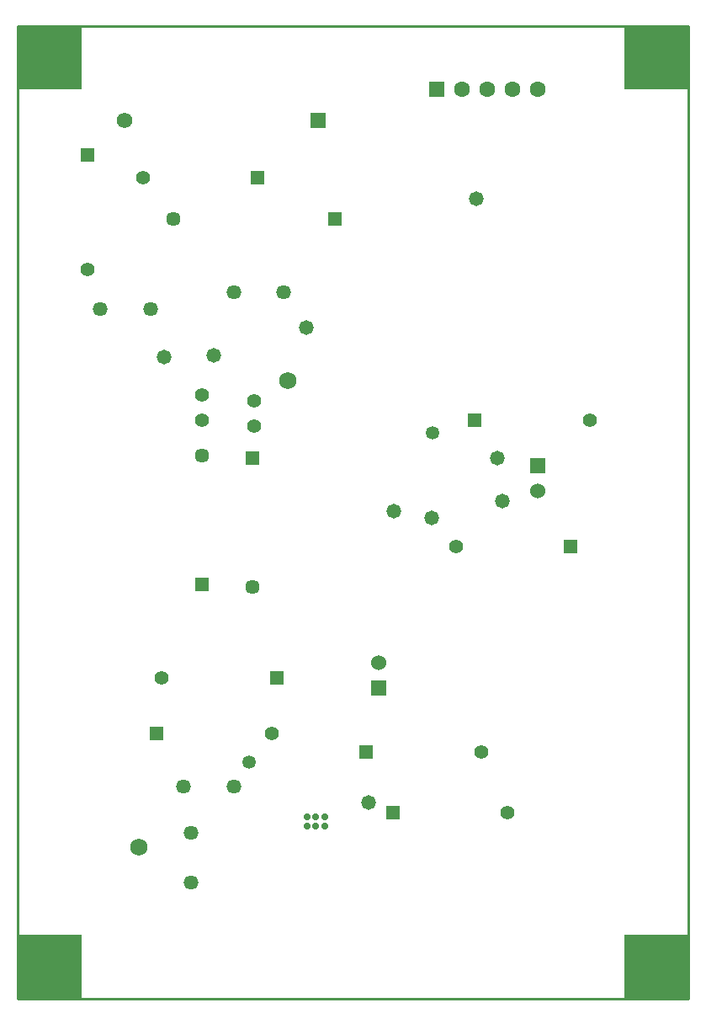
<source format=gbs>
G04*
G04 #@! TF.GenerationSoftware,Altium Limited,Altium Designer,22.0.2 (36)*
G04*
G04 Layer_Color=16711935*
%FSLAX25Y25*%
%MOIN*%
G70*
G04*
G04 #@! TF.SameCoordinates,67E39877-474A-4780-B11E-DC456855A8CC*
G04*
G04*
G04 #@! TF.FilePolarity,Negative*
G04*
G01*
G75*
%ADD14C,0.01000*%
%ADD32C,0.06800*%
%ADD33R,0.25800X0.25800*%
%ADD34C,0.02769*%
%ADD35R,0.05500X0.05500*%
%ADD36C,0.05500*%
%ADD37C,0.05700*%
%ADD38R,0.05700X0.05700*%
%ADD39R,0.06000X0.06000*%
%ADD40C,0.06000*%
%ADD41R,0.06300X0.06300*%
%ADD42C,0.06300*%
%ADD43C,0.05753*%
%ADD44C,0.06200*%
%ADD45R,0.06200X0.06200*%
%ADD46R,0.05700X0.05700*%
%ADD47R,0.05500X0.05500*%
%ADD48C,0.05800*%
%ADD49C,0.05300*%
D14*
X0Y0D02*
X265500D01*
X0Y385000D02*
X265500D01*
Y0D02*
Y385000D01*
X0Y0D02*
Y385000D01*
D32*
X107000Y244500D02*
D03*
X48000Y60000D02*
D03*
D33*
X12500Y372500D02*
D03*
X253000D02*
D03*
Y12500D02*
D03*
X12500D02*
D03*
D34*
X121543Y68032D02*
D03*
Y71969D02*
D03*
X118000Y68032D02*
D03*
Y71969D02*
D03*
X114457Y68032D02*
D03*
Y71969D02*
D03*
D35*
X55000Y105000D02*
D03*
X138000Y97500D02*
D03*
X148500Y73500D02*
D03*
X95000Y325000D02*
D03*
X219000Y179000D02*
D03*
X181000Y229000D02*
D03*
X102500Y127000D02*
D03*
D36*
X100500Y105000D02*
D03*
X183500Y97500D02*
D03*
X194000Y73500D02*
D03*
X49500Y325000D02*
D03*
X173500Y179000D02*
D03*
X226500Y229000D02*
D03*
X73000D02*
D03*
Y239000D02*
D03*
X93500Y226500D02*
D03*
Y236500D02*
D03*
X27500Y288500D02*
D03*
X57000Y127000D02*
D03*
D37*
X61500Y308500D02*
D03*
X73000Y215000D02*
D03*
X93000Y163000D02*
D03*
D38*
X125500Y308500D02*
D03*
D39*
X206000Y211000D02*
D03*
X143000Y123000D02*
D03*
D40*
X206000Y201000D02*
D03*
X143000Y133000D02*
D03*
D41*
X166000Y360000D02*
D03*
D42*
X176000D02*
D03*
X186000D02*
D03*
X196000D02*
D03*
X206000D02*
D03*
D43*
X85500Y279500D02*
D03*
X105185D02*
D03*
X32658Y273000D02*
D03*
X52342D02*
D03*
X68500Y45815D02*
D03*
Y65500D02*
D03*
X65658Y84000D02*
D03*
X85343D02*
D03*
D44*
X42200Y347500D02*
D03*
D45*
X119000D02*
D03*
D46*
X73000Y164000D02*
D03*
X93000Y214000D02*
D03*
D47*
X27500Y334000D02*
D03*
D48*
X77500Y254500D02*
D03*
X58000Y254000D02*
D03*
X190000Y214000D02*
D03*
X181500Y316500D02*
D03*
X114300Y265628D02*
D03*
X191941Y196874D02*
D03*
X148883Y192895D02*
D03*
X163775Y190036D02*
D03*
X139000Y77586D02*
D03*
D49*
X91500Y93500D02*
D03*
X164146Y223864D02*
D03*
M02*

</source>
